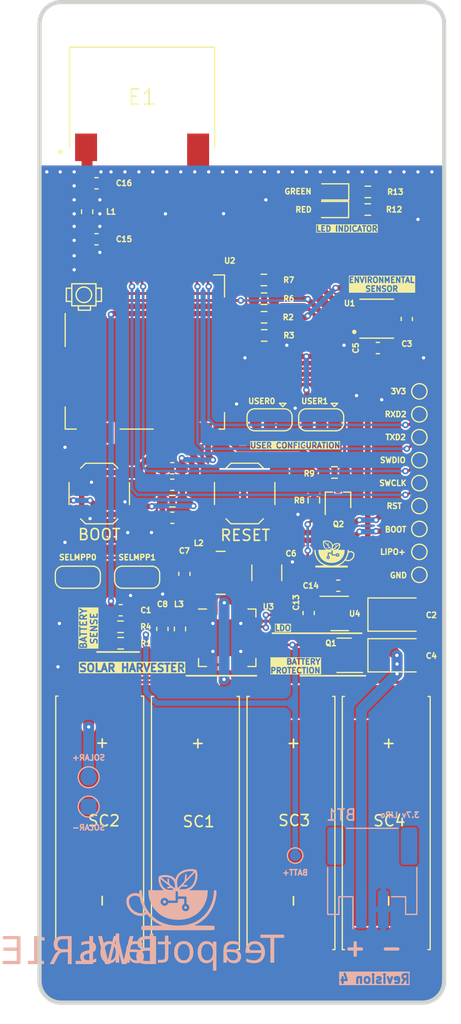
<source format=kicad_pcb>
(kicad_pcb (version 20221018) (generator pcbnew)
  (title_block (title "Teapot BWLR1E") (date "2022-10-22") (rev "4") (company "Teapot Laboratories"))
  (layers (0 "F.Cu" signal) (31 "B.Cu" signal) (34 "B.Paste" user) (35 "F.Paste" user) (36 "B.SilkS" user "B.Silkscreen") (37 "F.SilkS" user "F.Silkscreen") (38 "B.Mask" user) (39 "F.Mask" user) (44 "Edge.Cuts" user))
  (net 0 "")
  (net 1 "/BATT+")
  (net 2 "GND")
  (net 3 "/USER0")
  (net 4 "/USER1")
  (net 5 "/RST")
  (net 6 "/SWDIO")
  (net 7 "/SWCLK")
  (net 8 "/RXD2")
  (net 9 "/TXD2")
  (net 10 "/RF")
  (net 11 "Net-(U3-BUFSRC)")
  (net 12 "Net-(U3-BOOST)")
  (net 13 "/SDA")
  (net 14 "/SCL")
  (net 15 "Net-(D1-K)")
  (net 16 "/BATT_MEAS")
  (net 17 "Net-(D2-K)")
  (net 18 "Net-(U3-SWBOOST)")
  (net 19 "Net-(U3-SWBUCK)")
  (net 20 "Net-(Q2-D)")
  (net 21 "Net-(U1-SDO)")
  (net 22 "Net-(U1-CSB)")
  (net 23 "+3V3")
  (net 24 "/LED1")
  (net 28 "/BUCK")
  (net 29 "/SELMPP0")
  (net 30 "/SELMPP1")
  (net 31 "/SOLAR+")
  (net 33 "/PWR_STATUS")
  (net 40 "/LED2")
  (net 41 "/LDO_EN")
  (net 46 "/LIPO+")
  (net 47 "/BOOT")
  (net 52 "/ANT")
  (footprint "Resistor_SMD:R_0603_1608Metric_Pad0.98x0.95mm_HandSolder" (layer "F.Cu") (at 154.9635 95.885)
    (fp_text reference "R9")
    (fp_text value "1M")
  )
  (footprint "Resistor_SMD:R_0603_1608Metric_Pad0.98x0.95mm_HandSolder" (layer "F.Cu") (at 157.9875 72 180)
    (fp_text reference "R12")
    (fp_text value "1K")
  )
  (footprint "Teapot:KXOB25-05X3F" (layer "F.Cu") (at 159.97 127.705 -90)
    (fp_text reference "SC4")
    (fp_text value "KXOB25-05X3F")
  )
  (footprint "Capacitor_SMD:C_0603_1608Metric_Pad1.08x0.95mm_HandSolder" (layer "F.Cu") (at 158.9035 84.582)
    (fp_text reference "C5")
    (fp_text value "100n")
  )
  (footprint "Button_Switch_SMD:SW_SPST_TL3342" (layer "F.Cu") (at 133.55 97.8)
    (fp_text reference "SW4")
    (fp_text value "BOOT")
  )
  (footprint "Capacitor_SMD:C_0603_1608Metric_Pad1.08x0.95mm_HandSolder" (layer "F.Cu") (at 140.2 95.5)
    (fp_text reference "C17")
    (fp_text value "10u")
  )
  (footprint "Resistor_SMD:R_0603_1608Metric_Pad0.98x0.95mm_HandSolder" (layer "F.Cu") (at 153.082 98.4015 90)
    (fp_text reference "R8")
    (fp_text value "1M")
  )
  (footprint "TestPoint:TestPoint_Pad_D1.0mm" (layer "F.Cu") (at 162.687 105.1814 -90)
    (fp_text reference "TP7")
    (fp_text value "GND")
  )
  (footprint "TestPoint:TestPoint_Pad_D1.0mm" (layer "F.Cu") (at 162.687 90.6018 -90)
    (fp_text reference "TP4")
    (fp_text value "RXD2")
  )
  (footprint "Package_TO_SOT_SMD:SOT-323_SC-70" (layer "F.Cu") (at 155.282 98.4015 90)
    (fp_text reference "Q2")
    (fp_text value "DMG1012UW")
  )
  (footprint "Teapot:KXOB25-05X3F" (layer "F.Cu") (at 142.6 127.7 -90)
    (fp_text reference "SC1")
    (fp_text value "KXOB25-05X3F")
  )
  (footprint "Teapot:KXOB25-05X3F" (layer "F.Cu") (at 151.3 127.7 -90)
    (fp_text reference "SC3")
    (fp_text value "KXOB25-05X3F")
  )
  (footprint "Resistor_SMD:R_0603_1608Metric_Pad0.98x0.95mm_HandSolder" (layer "F.Cu") (at 148.5375 78.4)
    (fp_text reference "R7")
    (fp_text value "10K")
  )
  (footprint "Jumper:SolderJumper-3_P1.3mm_Bridged12_RoundedPad1.0x1.5mm" (layer "F.Cu") (at 149.05 91.1 180)
    (fp_text reference "JP1")
    (fp_text value "USER0")
  )
  (footprint "Capacitor_SMD:C_0603_1608Metric_Pad1.08x0.95mm_HandSolder" (layer "F.Cu") (at 139.298 110.1 90)
    (fp_text reference "C8")
    (fp_text value "10u")
  )
  (footprint "TestPoint:TestPoint_Pad_D1.0mm" (layer "F.Cu") (at 162.687 88.519)
    (fp_text reference "TP8")
    (fp_text value "3V3")
  )
  (footprint "Resistor_SMD:R_0603_1608Metric_Pad0.98x0.95mm_HandSolder" (layer "F.Cu") (at 148.55 81.788)
    (fp_text reference "R2")
    (fp_text value "10K")
  )
  (footprint "Jumper:SolderJumper-3_P1.3mm_Bridged12_RoundedPad1.0x1.5mm_NumberLabels" (layer "F.Cu") (at 131.6 105.4 180)
    (fp_text reference "JP3")
    (fp_text value "SELMPP0")
  )
  (footprint "TestPoint:TestPoint_Pad_D1.0mm" (layer "F.Cu") (at 162.687 98.933 -90)
    (fp_text reference "TP5")
    (fp_text value "RST")
  )
  (footprint "Capacitor_Tantalum_SMD:CP_EIA-3528-15_AVX-H_Pad1.50x2.35mm_HandSolder" (layer "F.Cu") (at 160.64 108.793898)
    (fp_text reference "C2")
    (fp_text value "330uF")
  )
  (footprint "Capacitor_Tantalum_SMD:CP_EIA-3528-15_AVX-H_Pad1.50x2.35mm_HandSolder" (layer "F.Cu") (at 160.64 112.493898)
    (fp_text reference "C4")
    (fp_text value "330uF")
  )
  (footprint "LED_SMD:LED_0603_1608Metric_Pad1.05x0.95mm_HandSolder" (layer "F.Cu") (at 154.6 70.4 180)
    (fp_text reference "D2")
    (fp_text value "GREEN")
  )
  (footprint "Capacitor_SMD:C_0603_1608Metric_Pad1.08x0.95mm_HandSolder" (layer "F.Cu") (at 140.2 97)
    (fp_text reference "C12")
    (fp_text value "100n")
  )
  (footprint "Teapot:TeapotLogo4mm" (layer "F.Cu") (at 154.94 103.251)
    (fp_text reference "G***")
    (fp_text value "LOGO" hide)
  )
  (footprint "Resistor_SMD:R_0603_1608Metric_Pad0.98x0.95mm_HandSolder" (layer "F.Cu") (at 140.2 98.5 180)
    (fp_text reference "R5")
    (fp_text value "1K")
  )
  (footprint "Inductor_SMD:L_0603_1608Metric_Pad1.05x0.95mm_HandSolder" (layer "F.Cu") (at 140.898 110.1 90)
    (fp_text reference "L3")
    (fp_text value "10u")
  )
  (footprint "LED_SMD:LED_0603_1608Metric_Pad1.05x0.95mm_HandSolder" (layer "F.Cu") (at 154.5875 72 180)
    (fp_text reference "D1")
    (fp_text value "RED")
  )
  (footprint "Jumper:SolderJumper-3_P1.3mm_Bridged12_RoundedPad1.0x1.5mm_NumberLabels" (layer "F.Cu") (at 137 105.4 180)
    (fp_text reference "JP4")
    (fp_text value "SELMPP1")
  )
  (footprint "Package_DFN_QFN:QFN-28-1EP_5x5mm_P0.5mm_EP3.35x3.35mm" (layer "F.Cu") (at 145.198 110.9)
    (fp_text reference "U3")
    (fp_text value "AEM10941-QFN")
  )
  (footprint "Teapot:XDCR_ANT-915-USP410" (layer "F.Cu") (at 137.45 61.8)
    (fp_text reference "E1")
    (fp_text value "ANT-915-USP410")
  )
  (footprint "Resistor_SMD:R_0603_1608Metric_Pad0.98x0.95mm_HandSolder" (layer "F.Cu") (at 135.4855 109.9)
    (fp_text reference "R4")
    (fp_text value "10M")
  )
  (footprint "Capacitor_SMD:C_0603_1608Metric_Pad1.08x0.95mm_HandSolder" (layer "F.Cu") (at 155.304 106.172 180)
    (fp_text reference "C14")
    (fp_text value "10u")
  )
  (footprint "Button_Switch_SMD:SW_SPST_TL3342" (layer "F.Cu") (at 146.787 97.795 180)
    (fp_text reference "SW3")
    (fp_text value "RESET")
  )
  (footprint "TestPoint:TestPoint_Pad_D1.0mm" (layer "F.Cu") (at 162.687 92.6846 -90)
    (fp_text reference "TP2")
    (fp_text value "TXD2")
  )
  (footprint "Resistor_SMD:R_0603_1608Metric_Pad0.98x0.95mm_HandSolder" (layer "F.Cu") (at 148.5665 83.439)
    (fp_text reference "R3")
    (fp_text value "10K")
  )
  (footprint "TestPoint:TestPoint_Pad_D1.0mm" (layer "F.Cu") (at 162.687 103.0986 -90)
    (fp_text reference "TP1")
    (fp_text value "LIPO+")
  )
  (footprint "Resistor_SMD:R_0603_1608Metric_Pad0.98x0.95mm_HandSolder" (layer "F.Cu") (at 158 70.4 180)
    (fp_text reference "R13")
    (fp_text value "1K")
  )
  (footprint "Teapot:KXOB25-05X3F" (layer "F.Cu") (at 133.89 127.675 -90)
    (fp_text reference "SC2")
    (fp_text value "KXOB25-05X3F")
  )
  (footprint "Teapot:BME680-PSON80P300X300X100-8N" (layer "F.Cu") (at 158.807 81.915 180)
    (fp_text reference "U1")
    (fp_text value "BME688")
  )
  (footprint "TestPoint:TestPoint_Pad_D1.0mm" (layer "F.Cu") (at 162.687 96.8502 -90)
    (fp_text reference "TP6")
    (fp_text value "SWCLK")
  )
  (footprint "Teapot:EdgeCut_BWLR1D" (layer "F.Cu") (at 149.8 96.032468)
    (fp_text reference "REF**")
    (fp_text value "EdgeCut_BWLR1D")
    (fp_line (start -21.684779 -40.911666) (end -21.684779 -40.911666) (stroke (width 0.380999)) (layer "Edge.Cuts"))
    (fp_line (start -21.684779 -40.911666) (end -21.684779 -40.911666) (stroke (width 0.380999)) (layer "Edge.Cuts"))
    (fp_line (start -21.684779 -40.911666) (end -21.682225 -41.012698) (stroke (width 0.380999)) (layer "Edge.Cuts"))
    (fp_line (start -21.684778 46.046731) (end -21.684779 -40.911666) (stroke (width 0.380999)) (layer "Edge.Cuts"))
    (fp_line (start -21.684778 46.046731) (end -21.684778 46.046731) (stroke (width 0.380999)) (layer "Edge.Cuts"))
    (fp_line (start -21.682225 -41.012698) (end -21.674643 -41.112403) (stroke (width 0.380999)) (layer "Edge.Cuts"))
    (fp_line (start -21.682223 46.147762) (end -21.684778 46.046731) (stroke (width 0.380999)) (layer "Edge.Cuts"))
    (fp_line (start -21.674643 -41.112403) (end -21.662158 -41.210658) (stroke (width 0.380999)) (layer "Edge.Cuts"))
    (fp_line (start -21.674642 46.247467) (end -21.682223 46.147762) (stroke (width 0.380999)) (layer "Edge.Cuts"))
    (fp_line (start -21.662158 -41.210658) (end -21.644892 -41.30734) (stroke (width 0.380999)) (layer "Edge.Cuts"))
    (fp_line (start -21.662156 46.345722) (end -21.674642 46.247467) (stroke (width 0.380999)) (layer "Edge.Cuts"))
    (fp_line (start -21.644892 -41.30734) (end -21.62297 -41.402326) (stroke (width 0.380999)) (layer "Edge.Cuts"))
    (fp_line (start -21.644891 46.442404) (end -21.662156 46.345722) (stroke (width 0.380999)) (layer "Edge.Cuts"))
    (fp_line (start -21.62297 -41.402326) (end -21.596513 -41.495492) (stroke (width 0.380999)) (layer "Edge.Cuts"))
    (fp_line (start -21.622968 46.537389) (end -21.644891 46.442404) (stroke (width 0.380999)) (layer "Edge.Cuts"))
    (fp_line (start -21.596513 -41.495492) (end -21.565647 -41.586715) (stroke (width 0.380999)) (layer "Edge.Cuts"))
    (fp_line (start -21.596512 46.630555) (end -21.622968 46.537389) (stroke (width 0.380999)) (layer "Edge.Cuts"))
    (fp_line (start -21.565647 -41.586715) (end -21.530494 -41.675872) (stroke (width 0.380999)) (layer "Edge.Cuts"))
    (fp_line (start -21.565646 46.721778) (end -21.596512 46.630555) (stroke (width 0.380999)) (layer "Edge.Cuts"))
    (fp_line (start -21.530494 -41.675872) (end -21.491177 -41.762839) (stroke (width 0.380999)) (layer "Edge.Cuts"))
    (fp_line (start -21.530492 46.810934) (end -21.565646 46.721778) (stroke (width 0.380999)) (layer "Edge.Cuts"))
    (fp_line (start -21.491177 -41.762839) (end -21.44782 -41.847493) (stroke (width 0.380999)) (layer "Edge.Cuts"))
    (fp_line (start -21.491175 46.897901) (end -21.530492 46.810934) (stroke (width 0.380999)) (layer "Edge.Cuts"))
    (fp_line (start -21.44782 -41.847493) (end -21.400546 -41.92971) (stroke (width 0.380999)) (layer "Edge.Cuts"))
    (fp_line (start -21.447818 46.982555) (end -21.491175 46.897901) (stroke (width 0.380999)) (layer "Edge.Cuts"))
    (fp_line (start -21.400546 -41.92971) (end -21.349479 -42.009367) (stroke (width 0.380999)) (layer "Edge.Cuts"))
    (fp_line (start -21.400544 47.064772) (end -21.447818 46.982555) (stroke (width 0.380999)) (layer "Edge.Cuts"))
    (fp_line (start -21.349479 -42.009367) (end -21.294741 -42.086341) (stroke (width 0.380999)) (layer "Edge.Cuts"))
    (fp_line (start -21.349477 47.144429) (end -21.400544 47.064772) (stroke (width 0.380999)) (layer "Edge.Cuts"))
    (fp_line (start -21.294741 -42.086341) (end -21.236457 -42.160508) (stroke (width 0.380999)) (layer "Edge.Cuts"))
    (fp_line (start -21.29474 47.221403) (end -21.349477 47.144429) (stroke (width 0.380999)) (layer "Edge.Cuts"))
    (fp_line (start -21.236457 -42.160508) (end -21.17475 -42.231746) (stroke (width 0.380999)) (layer "Edge.Cuts"))
    (fp_line (start -21.236456 47.295571) (end -21.29474 47.221403) (stroke (width 0.380999)) (layer "Edge.Cuts"))
    (fp_line (start -21.17475 -42.231746) (end -21.109742 -42.29993) (stroke (width 0.380999)) (layer "Edge.Cuts"))
    (fp_line (start -21.174748 47.366808) (end -21.236456 47.295571) (stroke (width 0.380999)) (layer "Edge.Cuts"))
    (fp_line (start -21.109742 -42.29993) (end -21.041558 -42.364938) (stroke (width 0.380999)) (layer "Edge.Cuts"))
    (fp_line (start -21.109741 47.434993) (end -21.174748 47.366808) (stroke (width 0.380999)) (layer "Edge.Cuts"))
    (fp_line (start -21.041558 -42.364938) (end -20.97032 -42.426645) (stroke (width 0.380999)) (layer "Edge.Cuts"))
    (fp_line (start -21.041556 47.5) (end -21.109741 47.434993) (stroke (width 0.380999)) (layer "Edge.Cuts"))
    (fp_line (start -20.97032 -42.426645) (end -20.896153 -42.484929) (stroke (width 0.380999)) (layer "Edge.Cuts"))
    (fp_line (start -20.970319 47.561708) (end -21.041556 47.5) (stroke (width 0.380999)) (layer "Edge.Cuts"))
    (fp_line (start -20.896153 -42.484929) (end -20.819179 -42.539667) (stroke (width 0.380999)) (layer "Edge.Cuts"))
    (fp_line (start -20.896152 47.619992) (end -20.970319 47.561708) (stroke (width 0.380999)) (layer "Edge.Cuts"))
    (fp_line (start -20.819179 -42.539667) (end -20.739522 -42.590734) (stroke (width 0.380999)) (layer "Edge.Cuts"))
    (fp_line (start -20.819177 47.67473) (end -20.896152 47.619992) (stroke (width 0.380999)) (layer "Edge.Cuts"))
    (fp_line (start -20.739522 -42.590734) (end -20.657304 -42.638008) (stroke (width 0.380999)) (layer "Edge.Cuts"))
    (fp_line (start -20.73952 47.725797) (end -20.819177 47.67473) (stroke (width 0.380999)) (layer "Edge.Cuts"))
    (fp_line (start -20.657304 -42.638008) (end -20.572651 -42.681365) (stroke (width 0.380999)) (layer "Edge.Cuts"))
    (fp_line (start -20.657303 47.773071) (end -20.73952 47.725797) (stroke (width 0.380999)) (layer "Edge.Cuts"))
    (fp_line (start -20.572651 -42.681365) (end -20.485684 -42.720681) (stroke (width 0.380999)) (layer "Edge.Cuts"))
    (fp_line (start -20.572649 47.816429) (end -20.657303 47.773071) (stroke (width 0.380999)) (layer "Edge.Cuts"))
    (fp_line (start -20.485684 -42.720681) (end -20.396527 -42.755835) (stroke (width 0.380999)) (layer "Edge.Cuts"))
    (fp_line (start -20.485683 47.855746) (end -20.572649 47.816429) (stroke (width 0.380999)) (layer "Edge.Cuts"))
    (fp_line (start -20.396527 -42.755835) (end -20.305304 -42.786701) (stroke (width 0.380999)) (layer "Edge.Cuts"))
    (fp_line (start -20.396526 47.890899) (end -20.485683 47.855746) (stroke (width 0.380999)) (layer "Edge.Cuts"))
    (fp_line (start -20.305304 -42.786701) (end -20.212138 -42.813157) (stroke (width 0.380999)) (layer "Edge.Cuts"))
    (fp_line (start -20.305303 47.921766) (end -20.396526 47.890899) (stroke (width 0.380999)) (layer "Edge.Cuts"))
    (fp_line (start -20.212138 -42.813157) (end -20.117152 -42.83508) (stroke (width 0.380999)) (layer "Edge.Cuts"))
    (fp_line (start -20.212137 47.948222) (end -20.305303 47.921766) (stroke (width 0.380999)) (layer "Edge.Cuts"))
    (fp_line (start -20.117152 -42.83508) (end -20.02047 -42.852346) (stroke (width 0.380999)) (layer "Edge.Cuts"))
    (fp_line (start -20.117151 47.970145) (end -20.212137 47.948222) (stroke (width 0.380999)) (layer "Edge.Cuts"))
    (fp_line (start -20.02047 -42.852346) (end -19.922215 -42.864831) (stroke (width 0.380999)) (layer "Edge.Cuts"))
    (fp_line (start -20.020469 47.98741) (end -20.117151 47.970145) (stroke (width 0.380999)) (layer "Edge.Cuts"))
    (fp_line (start -19.922215 -42.864831) (end -19.82251 -42.872413) (stroke (width 0.380999)) (layer "Edge.Cuts"))
    (fp_line (start -19.922213 47.999896) (end -20.020469 47.98741) (stroke (width 0.380999)) (layer "Edge.Cuts"))
    (fp_line (start -19.82251 -42.872413) (end -19.721479 -42.874967) (stroke (width 0.380999)) (layer "Edge.Cuts"))
    (fp_line (start -19.822509 48.007478) (end -19.922213 47.999896) (stroke (width 0.380999)) (layer "Edge.Cuts"))
    (fp_line (start -19.721479 -42.874967) (end -19.721479 -42.874967) (stroke (width 0.380999)) (layer "Edge.Cuts"))
    (fp_line (start -19.721479 -42.874967) (end 13.179921 -42.874967) (stroke (width 0.380999)) (layer "Edge.Cuts"))
    (fp_line (start -19.721477 48.010032) (end -19.822509 48.007478) (stroke (width 0.380999)) (layer "Edge.Cuts"))
    (fp_line (start -19.721477 48.010032) (end -19.721477 48.010032) (stroke (width 0.380999)) (layer "Edge.Cuts"))
    (fp_line (start 13.179921 -42.874967) (end 13.179921 -42.874967) (stroke (width 0.380999)) (layer "Edge.Cuts"))
    (fp_line (start 13.179921 -42.874967) (end 13.277275 -42.872554) (stroke (width 0.380999)) (layer "Edge.Cuts"))
    (fp_line (start 13.179921 48.010032) (end -19.721477 48.010032) (stroke (width 0.380999)) (layer "Edge.Cuts"))
    (fp_line (start 13.179921 48.010032) (end 13.179921 48.010032) (stroke (width 0.380999)) (layer "Edge.Cuts"))
    (fp_line (start 13.277275 -42.872554) (end 13.373969 -42.86536) (stroke (width 0.380999)) (layer "Edge.Cuts"))
    (fp_line (start 13.280952 48.007478) (end 13.179921 48.010032) (stroke (width 0.380999)) (layer "Edge.Cuts"))
    (fp_line (start 13.373969 -42.86536) (end 13.469841 -42.853451) (stroke (width 0.380999)) (layer "Edge.Cuts"))
    (fp_line (start 13.380657 47.999896) (end 13.280952 48.007478) (stroke (width 0.380999)) (layer "Edge.Cuts"))
    (fp_line (start 13.469841 -42.853451) (end 13.564731 -42.836894) (stroke (width 0.380999)) (layer "Edge.Cuts"))
    (fp_line (start 13.478912 47.98741) (end 13.380657 47.999896) (stroke (width 0.380999)) (layer "Edge.Cuts"))
    (fp_line (start 13.564731 -42.836894) (end 13.658477 -42.815756) (stroke (width 0.380999)) (layer "Edge.Cuts"))
    (fp_line (start 13.575594 47.970145) (end 13.478912 47.98741) (stroke (width 0.380999)) (layer "Edge.Cuts"))
    (fp_line (start 13.658477 -42.815756) (end 13.750918 -42.790103) (stroke (width 0.380999)) (layer "Edge.Cuts"))
    (fp_line (start 13.67058 47.948222) (end 13.575594 47.970145) (stroke (width 0.380999)) (layer "Edge.Cuts"))
    (fp_line (start 13.750918 -42.790103) (end 13.841895 -42.760002) (stroke (width 0.380999)) (layer "Edge.Cuts"))
    (fp_line (start 13.763746 47.921766) (end 13.67058 47.948222) (stroke (width 0.380999)) (layer "Edge.Cuts"))
    (fp_line (start 13.841895 -42.760002) (end 13.931245 -42.72552) (stroke (width 0.380999)) (layer "Edge.Cuts"))
    (fp_line (start 13.85497 47.890899) (end 13.763746 47.921766) (stroke (width 0.380999)) (layer "Edge.Cuts"))
    (fp_line (start 13.931245 -42.72552) (end 14.018807 -42.686723) (stroke (width 0.380999)) (layer "Edge.Cuts"))
    (fp_line (start 13.944126 47.855746) (end 13.85497 47.890899) (stroke (width 0.380999)) (layer "Edge.Cuts"))
    (fp_line (start 14.018807 -42.686723) (end 14.104422 -42.643678) (stroke (width 0.380999)) (layer "Edge.Cuts"))
    (fp_line (start 14.031093 47.816429) (end 13.944126 47.855746) (stroke (width 0.380999)) (layer "Edge.Cuts"))
    (fp_line (start 14.104422 -42.643678) (end 14.187927 -42.596451) (stroke (width 0.380999)) (layer "Edge.Cuts"))
    (fp_line (start 14.115747 47.773071) (end 14.031093 47.816429) (stroke (width 0.380999)) (layer "Edge.Cuts"))
    (fp_line (start 14.187927 -42.596451) (end 14.269163 -42.54511) (stroke (width 0.380999)) (layer "Edge.Cuts"))
    (fp_line (start 14.197964 47.725797) (end 14.115747 47.773071) (stroke (width 0.380999)) (layer "Edge.Cuts"))
    (fp_line (start 14.269163 -42.54511) (end 14.347967 -42.48972) (stroke (width 0.380999)) (layer "Edge.Cuts"))
    (fp_line (start 14.277621 47.67473) (end 14.197964 47.725797) (stroke (width 0.380999)) (layer "Edge.Cuts"))
    (fp_line (start 14.347967 -42.48972) (end 14.42418 -42.430349) (stroke (width 0.380999)) (layer "Edge.Cuts"))
    (fp_line (start 14.354595 47.619992) (end 14.277621 47.67473) (stroke (width 0.380999)) (layer "Edge.Cuts"))
    (fp_line (start 14.42418 -42.430349) (end 14.49764 -42.367064) (stroke (width 0.380999)) (layer "Edge.Cuts"))
    (fp_line (start 14.428762 47.561708) (end 14.354595 47.619992) (stroke (width 0.380999)) (layer "Edge.Cuts"))
    (fp_line (start 14.49764 -42.367064) (end 14.568186 -42.29993) (stroke (width 0.380999)) (layer "Edge.Cuts"))
    (fp_line (start 14.5 47.5) (end 14.428762 47.561708) (stroke (width 0.380999)) (layer "Edge.Cuts"))
    (fp_line (start 14.568184 47.434993) (end 14.5 47.5) (stroke (width 0.380999)) (layer "Edge.Cuts"))
    (fp_line (start 14.568186 -42.29993) (end 14.568186 -42.29993) (stroke (width 0.380999)) (layer "Edge.Cuts"))
    (fp_line (start 14.568186 -42.29993) (end 14.635319 -42.229384) (stroke (width 0.380999)) (layer "Edge.Cuts"))
    (fp_line (start 14.633192 47.366808) (end 14.568184 47.434993) (stroke (width 0.380999)) (layer "Edge.Cuts"))
    (fp_line (start 14.635319 -42.229384) (end 14.698604 -42.155924) (stroke (width 0.380999)) (layer "Edge.Cuts"))
    (fp_line (start 14.694899 47.295571) (end 14.633192 47.366808) (stroke (width 0.380999)) (layer "Edge.Cuts"))
    (fp_line (start 14.698604 -42.155924) (end 14.757974 -42.079711) (stroke (width 0.380999)) (layer "Edge.Cuts"))
    (fp_line (start 14.753183 47.221403) (end 14.694899 47.295571) (stroke (width 0.380999)) (layer "Edge.Cuts"))
    (fp_line (start 14.757974 -42.079711) (end 14.813363 -42.000907) (stroke (width 0.380999)) (layer "Edge.Cuts"))
    (fp_line (start 14.807921 47.144429) (end 14.753183 47.221403) (stroke (width 0.380999)) (layer "Edge.Cuts"))
    (fp_line (start 14.813363 -42.000907) (end 14.864705 -41.919671) (stroke (width 0.380999)) (layer "Edge.Cuts"))
    (fp_line (start 14.858988 47.064772) (end 14.807921 47.144429) (stroke (width 0.380999)) (layer "Edge.Cuts"))
    (fp_line (start 14.864705 -41.919671) (end 14.911931 -41.836166) (stroke (width 0.380999)) (layer "Edge.Cuts"))
    (fp_line (start 14.906262 46.982555) (end 14.858988 47.064772) (stroke (width 0.380999)) (layer "Edge.Cuts"))
    (fp_line (start 14.911931 -41.836166) (end 14.954976 -41.750552) (stroke (width 0.380999)) (layer "Edge.Cuts"))
    (fp_line (start 14.949619 46.897901) (end 14.906262 46.982555) (stroke (width 0.380999)) (layer "Edge.Cuts"))
    (fp_line (start 14.954976 -41.750552) (end 14.993773 -41.662989) (stroke (width 0.380999)) (layer "Edge.Cuts"))
    (fp_line (start 14.988936 46.810934) (end 14.949619 46.897901) (stroke (width 0.380999)) (layer "Edge.Cuts"))
    (fp_line (start 14.993773 -41.662989) (end 15.028256 -41.573639) (stroke (width 0.380999)) (layer "Edge.Cuts"))
    (fp_line (start 15.024089 46.721778) (end 14.988936 46.810934) (stroke (width 0.380999)) (layer "Edge.Cuts"))
    (fp_line (start 15.028256 -41.573639) (end 15.058357 -41.482663) (stroke (width 0.380999)) (layer "Edge.Cuts"))
    (fp_line (start 15.054955 46.630555) (end 15.024089 46.721778) (stroke (width 0.380999)) (layer "Edge.Cuts"))
    (fp_line (start 15.058357 -41.482663) (end 15.08401 -41.390222) (stroke (width 0.380999)) (layer "Edge.Cuts"))
    (fp_line (start 15.081412 46.537389) (end 15.054955 46.630555) (stroke (width 0.380999)) (layer "Edge.Cuts"))
    (fp_line (start 15.08401 -41.390222) (end 15.105148 -41.296476) (stroke (width 0.380999)) (layer "Edge.Cuts"))
    (fp_line (start 15.103334 46.442404) (end 15.081412 46.537389) (stroke (width 0.380999)) (layer "Edge.Cuts"))
    (fp_line (start 15.105148 -41.296476) (end 15.121705 -41.201587) (stroke (width 0.380999)) (layer "Edge.Cuts"))
    (fp_line (start 15.1206 46.345722) (end 15.103334 46.442404) (stroke (width 0.380999)) (layer "Edge.Cuts"))
    (fp_line (start 15.121705 -41.201587) (end 15.133614 -41.105715) (stroke (width 0.380999)) (layer "Edge.Cuts"))
    (fp_line (start 15.133085 46.247467) (end 15.1206 46.345722) (stroke (width 0.380999)) (layer "Edge.Cuts"))
    (fp_line (start 15.133614 -41.105715) (end 15.140809 -41.009021) (stroke (width 0.380999)) (layer "Edge.Cuts"))
    (fp_line (start 15.140667 46.147762) (end 15.133085 46.247467) (stroke (width 0.380999)) (layer "Edge.Cuts"))
    (fp_line (start 15.140809 -41.009021) (end 15.143222 -40.911666) (stroke (width 0.380999)) (layer "Edge.Cuts"))
    (fp_line (start 15.143222 -40.911666) (end 15.143222 -40.911666) (stroke (width 0.380999)) (layer "Edge.Cuts"))
    (fp_line (start 15.143222 -40.911666) (end 15.143222 46.046731) (stroke (width 0.380999)) (layer "Edge.Cuts"))
    (fp_line (start 15.143222 46.046731) (end 15.140667 46.147762) (stroke (width 0.380999)) (layer "Edge.Cuts"))
    (fp_line (start 15.143222 46.046731) (end 15.143222 46.046731) (stroke (width 0.380999)) (layer "Edge.Cuts"))
  )
  (footprint "Capacitor_SMD:C_1210_3225Metric" (layer "F.Cu") (at 148.8 105 90)
    (fp_text reference "C6")
    (fp_text value "150u")
  )
  (footprint "Teapot:IND_LPS4012-103MRB" (layer "F.Cu") (at 144.6 105 180)
    (fp_text reference "L2")
    (fp_text value "10uH 0.55A")
  )
  (footprint "Resistor_SMD:R_0603_1608Metric_Pad0.98x0.95mm_HandSolder" (layer "F.Cu") (at 148.55 80.1)
    (fp_text reference "R6")
    (fp_text value "10K")
  )
  (footprint "Capacitor_SMD:C_0603_1608Metric_Pad1.08x0.95mm_HandSolder" (layer "F.Cu") (at 152.6105 108.656398 -90)
    (fp_text reference "C13")
    (fp_text value "10u")
  )
  (footprint "Capacitor_SMD:C_0603_1608Metric_Pad1.08x0.95mm_HandSolder" (layer "F.Cu") (at 140.2 100 180)
    (fp_text reference "C11")
    (fp_text value "100n")
  )
  (footprint "Package_TO_SOT_SMD:SOT-23-5" (layer "F.Cu") (at 155.4425 108.693898)
    (fp_text reference "U4")
    (fp_text value "XC6215")
  )
  (footprint "Resistor_SMD:R_0603_1608Metric_Pad0.98x0.95mm_HandSolder" (layer "F.Cu") (at 135.498 111.4 180)
    (fp_text reference "R1")
    (fp_text value "4.7M")
  )
  (footprint "Capacitor_SMD:C_0603_1608Metric_Pad1.08x0.95mm_HandSolder" (layer "F.Cu") (at 133.3 69.6125 180)
    (fp_text reference "C16")
    (fp_text value "? F")
  )
  (footprint "Capacitor_SMD:C_0603_1608Metric_Pad1.08x0.95mm_HandSolder" (layer "F.Cu") (at 135.498 108.4)
    (fp_text reference "C1")
    (fp_text value "100n")
  )
  (footprint "Teapot:RAK3172" (layer "F.Cu") (at 129.95 92.445)
    (fp_text reference "U2")
    (fp_text value "RAK3172")
  )
  (footprint "Capacitor_SMD:C_0603_1608Metric_Pad1.08x0.95mm_HandSolder" (layer "F.Cu") (at 133.3 74.7 180)
    (fp_text reference "C15")
    (fp_text value "? F")
  )
  (footprint "Jumper:SolderJumper-3_P1.3mm_Open_RoundedPad1.0x1.5mm" (layer "F.Cu") (at 153.75 91.1 180)
    (fp_text reference "JP2")
    (fp_text value "USER1")
  )
  (footprint "Package_TO_SOT_SMD:SOT-23" (layer "F.Cu") (at 155.84 112.493898 180)
    (fp_text reference "Q1")
    (fp_text value "AO3407")
  )
  (footprint "Inductor_SMD:L_0603_1608Metric_Pad1.05x0.95mm_HandSolder" (layer "F.Cu") (at 132.45 72.2 90)
    (fp_text reference "L1")
    (fp_text value "? H")
  )
  (footprint "TestPoint:TestPoint_Pad_D1.0mm" (layer "F.Cu") (at 162.687 101.0158 90)
    (fp_text reference "TP14")
    (fp_text value "BOOT")
  )
  (footprint "Capacitor_SMD:C_0603_1608Metric_Pad1.08x0.95mm_HandSolder" (layer "F.Cu") (at 161.544 81.9415 -90)
    (fp_text reference "C3")
    (fp_text value "100n")
  )
  (footprint "Capacitor_SMD:C_0603_1608Metric_Pad1.08x0.95mm_HandSolder" (layer "F.Cu") (at 141.3 105.1 90)
    (fp_text reference "C7")
    (fp_text value "22u")
  )
  (footprint "TestPoint:TestPoint_Pad_D1.0mm" (layer "F.Cu") (at 162.687 94.7674 -90)
    (fp_text reference "TP3")
    (fp_text value "SWDIO")
  )
  (footprint "Connector_JST:JST_PH_S2B-PH-SM4-TB_1x02-1MP_P2.00mm_Horizontal" (layer "B.Cu") (at 158.4 132.715)
    (fp_text reference "BT1")
    (fp_text value "3.7v LiPo")
  )
  (footprint "TestPoint:TestPoint_Pad_D1.0mm" (layer "B.Cu") (at 151.384 130.683 180)
    (fp_text reference "TP9")
    (fp_text value "BATT+")
  )
  (footprint "TestPoint:TestPoint_Pad_D1.5mm" (layer "B.Cu") (at 132.588 126.238 -90)
    (fp_text reference "TP11")
    (fp_text value "SOLAR-")
  )
  (footprint "TestPoint:TestPoint_Pad_D1.5mm" (layer "B.Cu") (at 132.588 123.571 -90)
    (fp_text reference "TP10")
    (fp_text value "SOLAR+")
  )
  (footprint "Teapot:TeapotLogo" (layer "B.Cu") (at 140.589 134.62 180)
    (fp_text reference "G***")
    (fp_text value "LOGO" hide)
  )
  (gr_line (start 133.35 112.1918) (end 137.1854 112.1918) (stroke (width 0.15)) (layer "F.SilkS"))
  (gr_line (start 149.3085 110.49) (end 157.4365 110.49) (stroke (width 0.15)) (layer "F.SilkS"))
  (gr_line (start 141.478 114.3508) (end 147.8534 114.3508) (stroke (width 0.15)) (layer "F.SilkS"))
  (gr_line (start 151.8539 114.3508) (end 157.7721 114.3508) (stroke (width 0.15)) (layer "F.SilkS"))
  (gr_text "Teapotlabs" (at 150.368 140.843) (layer "B.SilkS") (effects (font (size 2.5 2.5)) (justify left bottom mirror)))
  (gr_text "Revision 4" (at 161.925 142.367) (layer "B.SilkS" knockout) (effects (font (size 0.8 0.8) (thickness 0.2) bold) (justify left bottom mirror)))
  (gr_text "BWLR1E" (at 139.065 140.97) (layer "B.SilkS") (effects (font (size 2.5 2.5)) (justify left bottom mirror)))
  (gr_text "-" (at 160.16 139.065) (layer "B.SilkS") (effects (font (size 1.5 1.5) (thickness 0.3)) (justify mirror)))
  (gr_text "+" (at 156.845 139.065) (layer "B.SilkS") (effects (font (size 1.5 1.5) (thickness 0.3)) (justify mirror)))
  (gr_text "3.7v LiPo" (at 160.909 127) (layer "B.SilkS") (effects (font (size 0.5 0.5) (thickness 0.125)) (justify mirror)))
  (gr_text "SOLAR HARVESTER" (at 131.6228 114.046) (layer "F.SilkS" knockout) (effects (font (size 0.7 0.7) (thickness 0.175) bold) (justify left bottom)))
  (gr_text "USER CONFIGURATION" (at 151.384 93.726) (layer "F.SilkS" knockout) (effects (font (size 0.5 0.5) (thickness 0.125) bold) (justify bottom)))
  (gr_text "ENVIRONMENTAL\nSENSOR" (at 159.258 79.502) (layer "F.SilkS" knockout) (effects (font (size 0.5 0.5) (thickness 0.125) bold) (justify bottom)))
  (gr_text "BATTERY\nSENSE" (at 133.4262 110.0582 90) (layer "F.SilkS" knockout) (effects (font (size 0.6 0.6) (thickness 0.125) bold) (justify bottom)))
  (gr_text "LDO" (at 149.4609 110.3122) (layer "F.SilkS" knockout) (effects (font (size 0.5 0.5) (thickness 0.125) bold) (justify left bottom)))
  (gr_text "LED INDICATOR" (at 156.083 74.041) (layer "F.SilkS" knockout) (effects (font (size 0.5 0.5) (thickness 0.125) bold) (justify bottom)))
  (gr_text "BATTERY\nPROTECTION" (at 153.7462 114.173) (layer "F.SilkS" knockout) (effects (font (size 0.5 0.5) (thickness 0.125) bold) (justify right bottom)))
  (segment (start 147.648 111.9) (end 148.45 111.9) (width 0.25) (layer "F.Cu") (net 1))
  (segment (start 155.448 111.543898) (end 155.956 111.543898) (width 0.25) (layer "F.Cu") (net 1))
  (segment (start 148.45 111.9) (end 148.806102 111.543898) (width 0.25) (layer "F.Cu") (net 1))
  (segment (start 157.734 110.744) (end 157.734 109.347) (width 0.25) (layer "F.Cu") (net 1))
  (segment (start 152.6105 107.793898) (end 154.255 107.793898) (width 0.5) (layer "F.Cu") (net 1))
  (segment (start 157.734 109.347) (end 157.099 108.712) (width 0.25) (layer "F.Cu") (net 1))
  (segment (start 156.0395 108.712) (end 156.591 108.712) (width 0.25) (layer "F.Cu") (net 1))
  (segment (start 156.934102 111.543898) (end 157.734 110.744) (width 0.25) (layer "F.Cu") (net 1))
  (segment (start 154.255 107.793898) (end 154.305 107.743898) (width 0.5) (layer "F.Cu") (net 1))
  (segment (start 155.956 111.543898) (end 156.7775 111.543898) (width 0.25) (layer "F.Cu") (net 1))
  (segment (start 151.13 111.543898) (end 155.448 111.543898) (width 0.25) (layer "F.Cu") (net 1))
  (segment (start 157.099 108.712) (end 156.591 108.712) (width 0.25) (layer "F.Cu") (net 1))
  (segment (start 137.795 111.125) (end 137.795 110.617) (width 0.5) (layer "F.Cu") (net 1))
  (segment (start 156.7775 111.543898) (end 156.934102 111.543898) (width 0.25) (layer "F.Cu") (net 1))
  (segment (start 136.4105 111.4) (end 137.52 111.4) (width 0.5) (layer "F.Cu") (net 1))
  (segment (start 137.52 111.4) (end 137.795 111.125) (width 0.5) (layer "F.Cu") (net 1))
  (segment (start 154.305 107.743898) (end 155.071398 107.743898) (width 0.25) (layer "F.Cu") (net 1))
  (segment (start 155.071398 107.743898) (end 156.0395 108.712) (width 0.25) (layer "F.Cu") (net 1))
  (segment (start 148.806102 111.543898) (end 151.13 111.543898) (width 0.25) (layer "F.Cu") (net 1))
  (via (at 151.13 111.543898) (size 0.6) (drill 0.3) (layers "F.Cu" "B.Cu") (net 1))
  (via (at 137.795 110.617) (size 0.6) (drill 0.3) (layers "F.Cu" "B.Cu") (net 1))
  (segment (start 151.384 117.475) (end 151.384 116.84) (width 0.5) (layer "B.Cu") (net 1))
  (segment (start 151.384 115.951) (end 151.384 111.797898) (width 0.5) (layer "B.Cu") (net 1))
  (segment (start 150.749 116.84) (end 151.384 116.205) (width 0.5) (layer "B.Cu") (net 1))
  (segment (start 137.795 115.824) (end 137.795 110.617) (width 0.5) (layer "B.Cu") (net 1))
  (segment (start 151.384 116.205) (end 151.384 115.951) (width 0.5) (layer "B.Cu") (net 1))
  (segment (start 151.384 130.683) (end 151.384 117.475) (width 0.5) (layer "B.Cu") (net 1))
  (segment (start 151.384 116.84) (end 151.384 115.951) (width 0.5) (layer "B.Cu") (net 1))
  (segment (start 150.749 116.84) (end 138.811 116.84) (width 0.5) (layer "B.Cu") (net 1))
  (segment (start 138.176 116.205) (end 137.795 115.824) (width 0.5) (layer "B.Cu") (net 1))
  (segment (start 138.811 116.84) (end 138.176 116.205) (width 0.5) (layer "B.Cu") (net 1))
  (segment (start 151.384 116.84) (end 150.749 116.84) (width 0.5) (layer "B.Cu") (net 1))
  (segment (start 151.384 111.797898) (end 151.13 111.543898) (width 0.5) (layer "B.Cu") (net 1))
  (segment (start 150.749 116.84) (end 151.384 117.475) (width 0.5) (layer "B.Cu") (net 1))
  (segment (start 147.648 112.4) (end 146.698 112.4) (width 0.25) (layer "F.Cu") (net 2))
  (segment (start 144.698 111.4) (end 145.198 110.9) (width 0.25) (layer "F.Cu") (net 2))
  (segment (start 147.648 110.9) (end 145.198 110.9) (width 0.25) (layer "F.Cu") (net 2))
  (segment (start 143.891 112.141) (end 144.198 111.9) (width 0.25) (layer "F.Cu") (net 2))
  (segment (start 144.198 113.35) (end 144.198 112.448) (width 0.25) (layer "F.Cu") (net 2))
  (segment (start 146.431 112.141) (end 146.431 112.133) (width 0.25) (layer "F.Cu") (net 2))
  (segment (start 146.439 112.141) (end 146.431 112.141) (width 0.25) (layer "F.Cu") (net 2))
  (segment (start 144.698 113.35) (end 144.698 111.4) (width 0.25) (layer "F.Cu") (net 2))
  (segment (start 145.698 113.35) (end 145.698 111.4) (width 0.25) (layer "F.Cu") (net 2))
  (segment (start 145.698 111.4) (end 145.198 110.9) (width 0.25) (layer "F.Cu") (net 2))
  (segment (start 146.698 112.4) (end 146.439 112.141) (width 0.25) (layer "F.Cu") (net 2))
  (segment (start 142.494 99.695) (end 142.189 100) (width 0.5) (layer "F.Cu") (net 2))
  (segment (start 142.189 100) (end 141.0625 100) (width 0.5) (layer "F.Cu") (net 2))
  (segment (start 147.648 111.4) (end 147.648 110.9) (width 0.25) (layer "F.Cu") (net 2))
  (segment (start 143.637 99.695) (end 142.494 99.695) (width 0.5) (layer "F.Cu") (net 2))
  (segment (start 144.198 112.448) (end 143.891 112.141) (width 0.25) (layer "F.Cu") (net 2))
  (segment (start 146.431 112.133) (end 145.198 110.9) (width 0.25) (layer "F.Cu") (net 2))
  (segment (start 144.198 111.9) (end 145.198 110.9) (width 0.25) (layer "F.Cu") (net 2))
  (segment (start 142.55 66.35) (end 142.55 68.27) (width 2) (layer "F.Cu") (net 2))
  (via (at 139.573 72.39) (size 0.6) (drill 0.3) (layers "F.Cu" "B.Cu") (net 2))
  (via (at 151.13 68.58) (size 0.6) (drill 0.3) (layers "F.Cu" "B.Cu") (net 2))
  (via (at 135.89 98.552) (size 0.6) (drill 0.3) (layers "F.Cu" "B.Cu") (net 2))
  (via (at 143.891 112.141) (size 0.6) (drill 0.3) (layers "F.Cu" "B.Cu") (net 2))
  (via (at 146.431 112.141) (size 0.6) (drill 0.3) (layers "F.Cu" "B.Cu") (net 2))
  (via (at 131.2672 73.533) (size 0.6) (drill 0.3) (layers "F.Cu" "B.Cu") (net 2))
  (via (at 133.604 71.12) (size 0.6) (drill 0.3) (layers "F.Cu" "B.Cu") (net 2))
  (via (at 160.02 68.58) (size 0.6) (drill 0.3) (layers "F.Cu" "B.Cu") (net 2))
  (via (at 129.921 109.601) (size 0.6) (drill 0.3) (layers "F.Cu" "B.Cu") (net 2))
  (via (at 151.13 104.013) (size 0.6) (drill 0.3) (layers "F.Cu" "B.Cu") (net 2))
  (via (at 143.891 109.601) (size 0.6) (drill 0.3) (layers "F.Cu" "B.Cu") (net 2))
  (via (at 147.32 68.58) (size 0.6) (drill 0.3) (layers "F.Cu" "B.Cu") (net 2))
  (via (at 146.05 68.58) (size 0.6) (drill 0.3) (layers "F.Cu" "B.Cu") (net 2))
  (via (at 144.864509 72.377329) (size 0.6) (drill 0.3) (layers "F.Cu" "B.Cu") (net 2))
  (via (at 155.829 84.328) (size 0.6) (drill 0.3) (layers "F.Cu" "B.Cu") (net 2))
  (via (at 150.622 84.328) (size 0.6) (drill 0.3) (layers "F.Cu" "B.Cu") (net 2))
  (via (at 157.48 68.58) (size 0.6) (drill 0.3) (layers "F.Cu" "B.Cu") (net 2))
  (via (at 139.319 106.934) (size 0.6) (drill 0.3) (layers "F.Cu" "B.Cu") (net 2))
  (via (at 132.842 96.774) (size 0.6) (drill 0.3) (layers "F.Cu" "B.Cu") (net 2))
  (via (at 131.2672 72.39) (size 0.6) (drill 0.3) (layers "F.Cu" "B.Cu") (net 2))
  (via (at 159.258 89.281) (size 0.6) (drill 0.3) (layers "F.Cu" "B.Cu") (net 2))
  (via (at 156.21 68.58) (size 0.6) (drill 0.3) (layers "F.Cu" "B.Cu") (net 2))
  (via (at 134.62 68.58) (size 0.6) (drill 0.3) (layers "F.Cu" "B.Cu") (net 2))
  (via (at 133.7056 68.58) (size 0.6) (drill 0.3) (layers "F.Cu" "B.Cu") (net 2))
  (via (at 133.604 73.533) (size 0.6) (drill 0.3) (layers "F.Cu" "B.Cu") (net 2))
  (via (at 133.604 75.8952) (size 0.6) (drill 0.3) (layers "F.Cu" "B.Cu") (net 2))
  (via (at 153.67 68.58) (size 0.6) (drill 0.3) (layers "F.Cu" "B.Cu") (net 2))
  (via (at 138.303 101.346) (size 0.6) (drill 0.3) (layers "F.Cu" "B.Cu") (net 2))
  (via (at 161.29 68.58) (size 0.6) (drill 0.3) (layers "F.Cu" "B.Cu") (net 2))
  (via (at 128.778 68.58) (size 0.6) (drill 0.3) (layers "F.Cu" "B.Cu") (net 2))
  (via (at 131.2672 74.803) (size 0.6) (drill 0.3) (layers "F.Cu" "B.Cu") (net 2))
  (via (at 154.94 68.58) (size 0.6) (drill 0.3) (layers "F.Cu" "B.Cu") (net 2))
  (via (at 140.97 68.58) (size 0.6) (drill 0.3) (layers "F.Cu" "B.Cu") (net 2))
  (via (at 146.431 109.601) (size 0.6) (drill 0.3) (layers "F.Cu" "B.Cu") (net 2))
  (via (at 144.78 68.58) (size 0.6) (drill 0.3) (layers "F.Cu" "B.Cu") (net 2))
  (via (at 131.2672 69.85) (size 0.6) (drill 0.3) (layers "F.Cu" "B.Cu") (net 2))
  (via (at 129.794 113.538) (size 0.6) (drill 0.3) (layers "F.Cu" "B.Cu") (net 2))
  (via (at 149.86 68.58) (size 0.6) (drill 0.3) (layers "F.Cu" "B.Cu") (net 2))
  (via (at 158.75 68.58) (size 0.6) (drill 0.3) (layers "F.Cu" "B.Cu") (net 2))
  (via (at 131.2672 71.12) (size 0.6) (drill 0.3) (layers "F.Cu" "B.Cu") (net 2))
  (via (at 131.2672 68.58) (size 0.6) (drill 0.3) (layers "F.Cu" "B.Cu") (net 2))
  (via (at 139.7 68.58) (size 0.6) (drill 0.3) (layers "F.Cu" "B.Cu") (net 2))
  (via (at 151.384 90.043) (size 0.6) (drill 0.3) (layers "F.Cu" "B.Cu") (net 2))
  (via (at 163.83 68.58) (size 0.6) (drill 0.3) (layers "F.Cu" "B.Cu") (net 2))
  (via (at 142.24 68.58) (size 0.6) (drill 0.3) (layers "F.Cu" "B.Cu") (net 2))
  (via (at 148.59 68.58) (size 0.6) (drill 0.3) (layers "F.Cu" "B.Cu") (net 2))
  (via (at 162.56 72.898) (size 0.6) (drill 0.3) (layers "F.Cu" "B.Cu") (net 2))
  (via (at 131.2672 77.47) (size 0.6) (drill 0.3) (layers "F.Cu" "B.Cu") (net 2))
  (via (at 138.43 68.58) (size 0.6) (drill 0.3) (layers "F.Cu" "B.Cu") (net 2))
  (via (at 136.144 101.346) (size 0.6) (drill 0.3) (layers "F.Cu" "B.Cu") (net 2))
  (via (at 130.429 102.235) (size 0.6) (drill 0.3) (layers "F.Cu" "B.Cu") (net 2))
  (via (at 148.717 71.12) (size 0.6) (drill 0.3) (layers "F.Cu" "B.Cu") (net 2))
  (via (at 132.715 100.076) (size 0.6) (drill 0.3) (layers "F.Cu" "B.Cu") (net 2))
  (via (at 143.51 68.58) (size 0.6) (drill 0.3) (layers "F.Cu" "B.Cu") (net 2))
  (via (at 130.429 93.599) (size 0.6) (drill 0.3) (layers "F.Cu" "B.Cu") (net 2))
  (via (at 133.604 72.39) (size 0.6) (drill 0.3) (layers "F.Cu" "B.Cu") (net 2))
  (via (at 146.05 89.662) (size 0.6) (drill 0.3) (layers "F.Cu" "B.Cu") (net 2))
  (via (at 129.9972 68.58) (size 0.6) (drill 0.3) (layers "F.Cu" "B.Cu") (net 2))
  (via (at 162.56 68.58) (size 0.6) (drill 0.3) (layers "F.Cu" "B.Cu") (net 2))
  (via (at 152.4 68.58) (size 0.6) (drill 0.3) (layers "F.Cu" "B.Cu") (net 2))
  (via (at 131.2672 76.2) (size 0.6) (drill 0.3) (layers "F.Cu" "B.Cu") (net 2))
  (via (at 156.972 88.9) (size 0.6) (drill 0.3) (layers "F.Cu" "B.Cu") (net 2))
  (via (at 135.89 68.58) (size 0.6) (drill 0.3) (layers "F.Cu" "B.Cu") (net 2))
  (via (at 137.16 68.58) (size 0.6) (drill 0.3) (layers "F.Cu" "B.Cu") (net 2))
  (via (at 146.812 85.471) (size 0.6) (drill 0.3) (layers "F.Cu" "B.Cu") (net 2))
  (via (at 163.068 85.471) (size 0.6) (drill 0.3) (layers "F.Cu" "B.Cu") (net 2))
  (via (at 151.638 99.695) (size 0.6) (drill 0.3) (layers "F.Cu" "B.Cu") (net 2))
  (via (at 136.398 107.061) (size 0.6) (drill 0.3) (layers "F.Cu" "B.Cu") (net 2))
  (segment (start 148.399 88.455) (end 149.05 89.106) (width 0.25) (layer "F.Cu") (net 3))
  (segment (start 145.115 88.455) (end 148.399 88.455) (width 0.25) (layer "F.Cu") (net 3))
  (segment (start 149.05 89.106) (end 149.05 91.1) (width 0.25) (layer "F.Cu") (net 3))
  (segment (start 153.75 88.091) (end 153.75 91.1) (width 0.25) (layer "F.Cu") (net 4))
  (segment (start 145.115 87.455) (end 153.114 87.455) (width 0.25) (layer "F.Cu") (net 4))
  (segment (start 153.114 87.455) (end 153.75 88.091) (width 0.25) (layer "F.Cu") (net 4))
  (segment (start 139.827 101.346) (end 145.923 101.346) (width 0.5) (layer "F.Cu") (net 5))
  (segment (start 141.45 93.708) (end 143.637 95.895) (width 0.5) (layer "F.Cu") (net 5))
  (segment (start 146.685 96.276) (end 147.066 95.895) (width 0.5) (layer "F.Cu") (net 5))
  (segment (start 157.099 100.203) (end 157.2385 100.203) (width 0.5) (layer "F.Cu") (net 5))
  (segment (start 147.066 95.895) (end 149.937 95.895) (width 0.5) (layer "F.Cu") (net 5))
  (segment (start 155.956 101.346) (end 157.099 100.203) (width 0.5) (layer "F.Cu") (net 5))
  (segment (start 139.3375 100.8565) (end 139.827 101.346) (width 0.5) (layer "F.Cu") (net 5))
  (segment (start 145.552 95.895) (end 146.304 95.895) (width 0.5) (layer "F.Cu") (net 5))
  (segment (start 145.923 101.346) (end 147.193 101.346) (width 0.5) (layer "F.Cu") (net 5))
  (segment (start 146.304 95.895) (end 147.066 95.895) (width 0.5) (layer "F.Cu") (net 5))
  (segment (start 141.45 92.3) (end 141.45 93.708) (width 0.5) (layer "F.Cu") (net 5))
  (segment (start 158.7375 100.203) (end 160.0075 98.933) (width 0.5) (layer "F.Cu") (net 5))
  (segment (start 145.923 101.346) (end 146.177 101.346) (width 0.5) (layer "F.Cu") (net 5))
  (segment (start 160.0075 98.933) (end 162.687 98.933) (width 0.5) (layer "F.Cu") (net 5))
  (segment (start 139.2875 98.5) (end 139.2875 99.95) (width 0.5) (layer "F.Cu") (net 5))
  (segment (start 145.552 95.895) (end 143.637 95.895) (width 0.5) (layer "F.Cu") (net 5))
  (segment (start 146.177 101.346) (end 146.685 100.838) (width 0.5) (layer "F.Cu") (net 5))
  (segment (start 146.685 96.276) (end 146.304 95.895) (width 0.5) (layer "F.Cu") (net 5))
  (segment (start 146.685 100.838) (end 147.193 101.346) (width 0.5) (layer "F.Cu") (net 5))
  (segment (start 139.3375 100) (end 139.3375 100.8565) (width 0.5) (layer "F.Cu") (net 5))
  (segment (start 147.193 101.346) (end 155.956 101.346) (width 0.5) (layer "F.Cu") (net 5))
  (segment (start 139.2875 99.95) (end 139.3375 100) (width 0.5) (layer "F.Cu") (net 5))
  (segment (start 146.685 100.838) (end 146.685 96.276) (width 0.5) (layer "F.Cu") (net 5))
  (via (at 157.2385 100.203) (size 0.6) (drill 0.3) (layers "F.Cu" "B.Cu") (net 5))
  (via (at 158.7375 100.203) (size 0.6) (drill 0.3) (layers "F.Cu" "B.Cu") (net 5))
  (segment (start 157.2385 100.203) (end 158.7375 100.203) (width 0.5) (layer "B.Cu") (net 5))
  (segment (start 137.45 78.903) (end 137.541 78.994) (width 0.25) (layer "F.Cu") (net 6))
  (segment (start 161.417 95.758) (end 161.6964 95.758) (width 0.25) (layer "F.Cu") (net 6))
  (segment (start 137.45 77.5) (end 137.45 78.903) (width 0.25) (layer "F.Cu") (net 6))
  (segment (start 161.6964 95.758) (end 162.687 94.7674) (width 0.25) (layer "F.Cu") (net 6))
  (via (at 137.541 78.994) (size 0.6) (drill 0.3) (layers "F.Cu" "B.Cu") (net 6))
  (via (at 161.417 95.758) (size 0.6) (drill 0.3) (layers "F.Cu" "B.Cu") (net 6))
  (segment (start 137.541 78.994) (end 137.541 95.377) (width 0.25) (layer "B.Cu") (net 6))
  (segment (start 137.541 95.377) (end 137.922 95.758) (width 0.25) (layer "B.Cu") (net 6))
  (segment (start 137.922 95.758) (end 161.417 95.758) (width 0.25) (layer "B.Cu") (net 6))
  (segment (start 136.45 77.5) (end 136.45 78.919) (width 0.25) (layer "F.Cu") (net 7))
  (segment (start 136.45 78.919) (end 136.525 78.994) (width 0.25) (layer "F.Cu") (net 7))
  (segment (start 161.417 97.917) (end 161.6202 97.917) (width 0.25) (layer "F.Cu") (net 7))
  (segment (start 161.6202 97.917) (end 162.687 96.8502) (width 0.25) (layer "F.Cu") (net 7))
  (via (at 136.525 78.994) (size 0.6) (drill 0.3) (layers "F.Cu" "B.Cu") (net 7))
  (via (at 161.417 97.917) (size 0.6) (drill 0.3) (layers "F.Cu" "B.Cu") (net 7))
  (segment (start 137.033 97.917) (end 136.525 97.409) (width 0.25) (layer "B.Cu") (net 7))
  (segment (start 136.525 97.409) (end 136.525 78.994) (width 0.25) (layer "B.Cu") (net 7))
  (segment (start 161.417 97.917) (end 137.033 97.917) (width 0.25) (layer "B.Cu") (net 7))
  (segment (start 143.45 77.5) (end 143.45 78.934) (width 0.25) (layer "F.Cu") (net 8))
  (segment (start 143.45 78.934) (end 143.51 78.994) (width 0.25) (layer "F.Cu") (net 8))
  (segment (start 161.417 91.567) (end 161.7218 91.567) (width 0.25) (layer "F.Cu") (net 8))
  (segment (start 161.7218 91.567) (end 162.687 90.6018) (width 0.25) (layer "F.Cu") (net 8))
  (via (at 161.417 91.567) (size 0.6) (drill 0.3) (layers "F.Cu" "B.Cu") (net 8))
  (via (at 143.51 78.994) (size 0.6) (drill 0.3) (layers "F.Cu" "B.Cu") (net 8))
  (segment (start 143.51 91.059) (end 144.018 91.567) (width 0.25) (layer "B.Cu") (net 8))
  (segment (start 144.018 91.567) (end 161.417 91.567) (width 0.25) (layer "B.Cu") (net 8))
  (segment (start 143.51 78.994) (end 143.51 91.059) (width 0.25) (layer "B.Cu") (net 8))
  (segment (start 142.45 77.5) (end 142.45 78.95) (width 0.25) (layer "F.Cu") (net 9))
  (segment (start 161.6456 93.726) (end 162.687 92.6846) (width 0.25) (layer "F.Cu") (net 9))
  (segment (start 142.45 78.95) (end 142.494 78.994) (width 0.25) (layer "F.Cu") (net 9))
  (segment (start 161.544 93.726) (end 161.6456 93.726) (width 0.25) (layer "F.Cu") (net 9))
  (via (at 161.544 93.726) (size 0.6) (drill 0.3) (layers "F.Cu" "B.Cu") (net 9))
  (via (at 142.494 78.994) (size 0.6) (drill 0.3) (layers "F.Cu" "B.Cu") (net 9))
  (segment (start 142.494 78.994) (end 142.494 93.218) (width 0.25) (layer "B.Cu") (net 9))
  (segment (start 142.494 93.218) (end 143.002 93.726) (width 0.25) (layer "B.Cu") (net 9))
  (segment (start 143.002 93.726) (end 161.544 93.726) (width 0.25) (layer "B.Cu") (net 9))
  (segment (start 132.45 73.075) (end 132.4375 73.0875) (width 1) (layer "F.Cu") (net 10))
  (segment (start 132.45 74.7125) (end 132.4375 74.7) (width 0.5) (layer "F.Cu") (net 10))
  (segment (start 132.4375 73.0875) (end 132.4375 76.3016) (width 1) (layer "F.Cu") (net 10))
  (segment (start 144.198 108.45) (end 144.198 107.167) (width 0.25) (layer "F.Cu") (net 11))
  (segment (start 144.198 107.167) (end 146.365 105) (width 0.25) (layer "F.Cu") (net 11))
  (segment (start 147.84 106.475) (end 146.365 105) (width 1) (layer "F.Cu") (net 11))
  (segment (start 148.8 106.475) (end 147.84 106.475) (width 1) (layer "F.Cu") (net 11))
  (segment (start 141.9225 107.6325) (end 141.3 107.01) (width 0.25) (layer "F.Cu") (net 12))
  (segment (start 141.3 107.01) (end 141.3 105.9625) (width 0.25) (layer "F.Cu") (net 12))
  (segment (start 141.9225 109.1565) (end 141.9225 107.6325) (width 0.25) (layer "F.Cu") (net 12))
  (segment (start 142.748 109.4) (end 142.166 109.4) (width 0.25) (layer "F.Cu") (net 12))
  (segment (start 142.166 109.4) (end 141.9225 109.1565) (width 0.25) (layer "F.Cu") (net 12))
  (segment (start 157.607 81.515) (end 153.905 81.515) (width 0.5) (layer "F.Cu") (net 13))
  (segment (start 134.45 78.697) (end 136.017 80.264) (width 0.25) (layer "F.Cu") (net 13))
  (segment (start 136.017 80.264) (end 146.431 80.264) (width 0.25) (layer "F.Cu") (net 13))
  (segment (start 153.905 81.515) (end 152.527 80.137) (width 0.5) (layer "F.Cu") (net 13))
  (segment (start 134.45 77.5) (end 134.45 78.697) (width 0.25) (layer "F.Cu") (net 13))
  (segment (start 149.4625 80.1) (end 152.49 80.1) (width 0.5) (layer "F.Cu") (net 13))
  (segment (start 152.49 80.1) (end 152.527 80.137) (width 0.5) (layer "F.Cu") (net 13))
  (via (at 146.431 80.264) (size 0.6) (drill 0.3) (layers "F.Cu" "B.Cu") (net 13))
  (via (at 152.527 80.137) (size 0.6) (drill 0.3) (layers "F.Cu" "B.Cu") (net 13))
  (segment (start 152.4 80.264) (end 152.527 80.137) (width 0.25) (layer "B.Cu") (net 13))
  (segment (start 146.431 80.264) (end 152.4 80.264) (width 0.25) (layer "B.Cu") (net 13))
  (segment (start 151.892 78.019) (end 151.511 78.4) (width 0.25) (layer "F.Cu") (net 14))
  (segment (start 157.607 80.715) (end 155.391 80.715) (width 0.5) (layer "F.Cu") (net 14))
  (segment (start 151.511 78.4) (end 151.003 78.4) (width 0.5) (layer "F.Cu") (net 14))
  (segment (start 153.076 78.4) (end 152.273 78.4) (width 0.5) (layer "F.Cu") (net 14))
  (segment (start 136.276116 79.629) (end 145.542 79.629) (width 0.25) (layer "F.Cu") (net 14))
  (segment (start 151.511 77.089) (end 151.892 77.47) (width 0.25) (layer "F.Cu") (net 14))
  (segment (start 151.892 77.47) (end 151.892 77.851) (width 0.25) (layer "F.Cu") (net 14))
  (segment (start 151.892 78.019) (end 152.273 78.4) (width 0.25) (layer "F.Cu") (net 14))
  (segment (start 135.45 78.802884) (end 136.276116 79.629) (width 0.25) (layer "F.Cu") (net 14))
  (segment (start 151.892 77.851) (end 151.892 78.019) (width 0.25) (layer "F.Cu") (net 14))
  (segment (start 145.542 79.629) (end 146.05 79.121) (width 0.25) (layer "F.Cu") (net 14))
  (segment (start 146.685 77.089) (end 151.511 77.089) (width 0.25) (layer "F.Cu") (net 14))
  (segment (start 152.273 78.4) (end 151.892 78.4) (width 0.5) (layer "F.Cu") (net 14))
  (segment (start 151.892 78.4) (end 151.511 78.4) (width 0.5) (layer "F.Cu") (net 14))
  (segment (start 155.391 80.715) (end 153.076 78.4) (width 0.5) (layer "F.Cu") (net 14))
  (segment (start 146.05 79.121) (end 146.05 77.724) (width 0.25) (layer "F.Cu") (net 14))
  (segment (start 151.892 77.851) (end 151.892 78.4) (width 0.25) (layer "F.Cu") (net 14))
  (segment (start 146.05 77.724) (end 146.685 77.089) (width 0.25) (layer "F.Cu") (net 14))
  (segment (start 135.45 77.5) (end 135.45 78.802884) (width 0.25) (layer "F.Cu") (net 14))
  (segment (start 151.003 78.4) (end 150.495 78.4) (width 0.5) (layer "F.Cu") (net 14))
  (segment (start 150.495 78.4) (end 149.45 78.4) (width 0.5) (layer "F.Cu") (net 14))
  (segment (start 155.4625 72) (end 157.075 72) (width 0.5) (layer "F.Cu") (net 15))
  (segment (start 134.699 81.455) (end 134.62 81.534) (width 0.5) (layer "F.Cu") (net 16))
  (segment (start 134.62 111.3655) (end 134.5855 111.4) (width 0.5) (layer "F.Cu") (net 16))
  (segment (start 134.62 107.6855) (end 134.62 111.3655) (width 0.5) (layer "F.Cu") (net 16))
  (segment (start 145.115 81.455) (end 134.699 81.455) (width 0.5) (layer "F.Cu") (net 16))
  (via (at 134.62 81.534) (size 0.6) (drill 0.3) (layers "F.Cu" "B.Cu") (net 16))
  (via (at 134.62 107.569) (size 0.6) (drill 0.3) (layers "F.Cu" "B.Cu") (net 16))
  (segment (start 134.62 107.569) (end 134.62 81.534) (width 0.5) (layer "B.Cu") (net 16))
  (segment (start 157.0875 70.4) (end 155.475 70.4) (width 0.5) (layer "F.Cu") (net 17))
  (segment (start 143.698 105.863) (end 142.835 105) (width 0.25) (layer "F.Cu") (net 18))
  (segment (start 143.698 108.45) (end 143.698 105.863) (width 0.25) (layer "F.Cu") (net 18))
  (segment (start 142.748 109.9) (end 142.029604 109.9) (width 0.25) (layer "F.Cu") (net 19))
  (segment (start 141.354604 109.225) (end 140.898 109.225) (width 0.25) (layer "F.Cu") (net 19))
  (segment (start 142.029604 109.9) (end 141.354604 109.225) (width 0.25) (layer "F.Cu") (net 19))
  (segment (start 155.3285 97.4015) (end 155.876 96.854) (width 0.5) (layer "F.Cu") (net 20))
  (segment (start 155.876 96.854) (end 155.876 95.885) (width 0.5) (layer "F.Cu") (net 20))
  (segment (start 155.876 87.423) (end 155.876 95.885) (width 0.25) (layer "F.Cu") (net 20))
  (segment (start 145.115 86.455) (end 154.908 86.455) (width 0.25) (layer "F.Cu") (net 20))
  (segment (start 154.908 86.455) (end 155.876 87.423) (width 0.25) (layer "F.Cu") (net 20))
  (segment (start 155.282 97.4015) (end 155.3285 97.4015) (width 0.5) (layer "F.Cu") (net 20))
  (segment (start 152.4 81.788) (end 152.527 81.661) (width 0.5) (layer "F.Cu") (net 21))
  (segment (start 160.007 80.695) (end 158.433 79.121) (width 0.5) (layer "F.Cu") (net 21))
  (segment (start 158.433 79.121) (end 155.067 79.121) (width 0.5) (layer "F.Cu") (net 21))
  (segment (start 149.4625 81.788) (end 152.4 81.788) (width 0.5) (layer "F.Cu") (net 21))
  (via (at 152.527 81.661) (size 0.6) (drill 0.3) (layers "F.Cu" "B.Cu") (net 21))
  (via (at 155.067 79.121) (size 0.6) (drill 0.3) (layers "F.Cu" "B.Cu") (net 21))
  (segment (start 155.067 79.121) (end 152.527 81.661) (width 0.5) (layer "B.Cu") (net 21))
  (segment (start 155.067 83.439) (end 149.479 83.439) (width 0.5) (layer "F.Cu") (net 22))
  (segment (start 156.191 82.315) (end 155.067 83.439) (width 0.5) (layer "F.Cu") (net 22))
  (segment (start 157.607 82.315) (end 156.191 82.315) (width 0.5) (layer "F.Cu") (net 22))
  (segment (start 160.007 81.515) (end 159.277 81.515) (width 0.5) (layer "F.Cu") (net 23))
  (segment (start 158.9 72) (end 158.9 75.207) (width 0.5) (layer "F.Cu") (net 23))
  (segment (start 152.4 85.344) (end 155.575 85.344) (width 0.5) (layer "F.Cu") (net 23))
  (segment (start 147.625 83.41) (end 147.654 83.439) (width 0.5) (layer "F.Cu") (net 23))
  (segment (start 147.625 78.4) (end 147.625 83.41) (width 0.5) (layer "F.Cu") (net 23))
  (segment (start 160.007 83.115) (end 160.007 84.341) (width 0.5) (layer "F.Cu") (net 23))
  (segment (start 157.353 86.741) (end 157.988 86.741) (width 0.5) (layer "F.Cu") (net 23))
  (segment (start 146.177 93.726) (end 144.751 92.3) (width 0.5) (layer "F.Cu") (net 23))
  (segment (start 143.45 92.3) (end 143.45 94.301) (width 0.5) (layer "F.Cu") (net 23))
  (segment (start 156.972 86.741) (end 157.353 86.741) (width 0.5) (layer "F.Cu") (net 23))
  (segment (start 152.45 91.1) (end 152.45 88.442) (width 0.5) (layer "F.Cu") (net 23))
  (segment (start 147.701 93.726) (end 147.066 93.726) (width 0.5) (layer "F.Cu") (net 23))
  (segment (start 159.442 83.115) (end 160.007 83.115) (width 0.5) (layer "F.Cu") (net 23))
  (segment (start 138.335933 98.963272) (end 137.436728 98.963272) (width 0.5) (layer "F.Cu") (net 23))
  (segment (start 162.433 82.804) (end 161.544 82.804) (width 0.5) (layer "F.Cu") (net 23))
  (segment (start 160.007 84.341) (end 159.766 84.582) (width 0.5) (layer "F.Cu") (net 23))
  (segment (start 161.233 83.115) (end 161.544 82.804) (width 0.5) (layer "F.Cu") (net 23))
  (segment (start 141.1125 98.5) (end 141.1125 95.55) (width 0.5) (layer "F.Cu") (net 23))
  (segment (start 148.59 93.726) (end 147.701 93.726) (width 0.5) (layer "F.Cu") (net 23))
  (segment (start 148.434 93.726) (end 148.59 93.726) (width 0.5) (layer "F.Cu") (net 23))
  (segment (start 159.131 86.741) (end 159.766 86.106) (width 0.5) (layer "F.Cu") (net 23))
  (segment (start 130.4 98.835) (end 130.4 99.7) (width 0.5) (layer "F.Cu") (net 23))
  (segment (start 159.766 86.106) (end 159.766 84.582) (width 0.5) (layer "F.Cu") (net 23))
  (segment (start 158.9 75.207) (end 160.147 76.454) (width 0.5) (layer "F.Cu") (net 23))
  (segment (start 158.9125 71.9875) (end 158.9 72) (width 0.5) (layer "F.Cu") (net 23))
  (segment (start 147.75 93.042) (end 147.066 93.726) (width 0.5) (layer "F.Cu") (net 23))
  (segment (start 160.147 76.454) (end 162.56 76.454) (width 0.5) (layer "F.Cu") (net 23))
  (segment (start 148.336 85.344) (end 152.4 85.344) (width 0.5) (layer "F.Cu") (net 23))
  (segment (start 156.1665 104.3105) (end 157.988 102.489) (width 0.5) (layer "F.Cu") (net 23))
  (segment (start 156.1665 106.172) (end 156.1665 104.3105) (width 0.5) (layer "F.Cu") (net 23))
  (segment (start 141.1125 98.5) (end 141.68 98.5) (width 0.5) (layer "F.Cu") (net 23))
  (segment (start 163.576 81.661) (end 162.433 82.804) (width 0.5) (layer "F.Cu") (net 23))
  (segment (start 155.575 85.344) (end 156.972 86.741) (width 0.5) (layer "F.Cu") (net 23))
  (segment (start 143.45 94.301) (end 143.891 94.742) (width 0.5) (layer "F.Cu") (net 23))
  (segment (start 160.007 83.115) (end 161.233 83.115) (width 0.5) (layer "F.Cu") (net 23))
  (segment (start 156.58 107.743898) (end 156.58 106.5855) (width 0.5) (layer "F.Cu") (net 23))
  (segment (start 159.766 86.106) (end 160.274 86.106) (width 0.5) (layer "F.Cu") (net 23))
  (segment (start 163.576 77.47) (end 163.576 81.661) (width 0.5) (layer "F.Cu") (net 23))
  (segment (start 147.75 93.042) (end 147.701 93.091) (width 0.5) (layer "F.Cu") (net 23))
  (segment (start 158.623 86.741) (end 159.131 86.741) (width 0.5) (layer "F.Cu") (net 23))
  (segment (start 147.701 93.091) (end 147.701 93.726) (width 0.5) (layer "F.Cu") (net 23))
  (segment (start 141.68 98.5) (end 142.113 98.933) (width 0.5) (layer "F.Cu") (net 23))
  (segment (start 157.988 102.489) (end 157.988 87.376) (width 0.5) (layer "F.Cu") (net 23))
  (segment (start 147.066 93.726) (end 146.177 93.726) (width 0.5) (layer "F.Cu") (net 23))
  (segment (start 154.051 95.885) (end 151.892 93.726) (width 0.5) (layer "F.Cu") (net 23))
  (segment (start 152.45 91.1) (end 152.45 91.644) (width 0.5) (layer "F.Cu") (net 23))
  (segment (start 130.81 98.425) (end 130.4 98.835) (width 0.5) (layer "F.Cu") (net 23))
  (segment (start 158.9125 70.4) (end 158.9125 71.9875) (width 0.5) (layer "F.Cu") (net 23))
  (segment (start 144.751 92.3) (end 143.45 92.3) (width 0.5) (layer "F.Cu") (net 23))
  (segment (start 147.75 93.042) (end 148.434 93.726) (width 0.5) (layer "F.Cu") (net 23))
  (segment (start 152.45 88.442) (end 152.4 88.392) (width 0.5) (layer "F.Cu") (net 23))
  (segment (start 141.1125 95.55) (end 141.0625 95.5) (width 0.5) (layer "F.Cu") (net 23))
  (segment (start 157.988 87.376) (end 157.353 86.741) (width 0.5) (layer "F.Cu") (net 23))
  (segment (start 147.75 91.1) (end 147.75 93.042) (width 0.5) (layer "F.Cu") (net 23))
  (segment (start 156.58 106.5855) (end 156.1665 106.172) (width 0.5) (layer "F.Cu") (net 23))
  (segment (start 133.99 99.7) (end 132.715 98.425) (width 0.5) (layer "F.Cu") (net 23))
  (segment (start 147.654 83.439) (end 147.654 84.662) (width 0.5) (layer "F.Cu") (net 23))
  (segment (start 157.988 86.741) (end 158.623 86.741) (width 0.5) (layer "F.Cu") (net 23))
  (segment (start 159.277 81.515) (end 159.004 81.788) (width 0.5) (layer "F.Cu") (net 23))
  (segment (start 159.004 82.677) (end 159.442 83.115) (width 0.5) (layer "F.Cu") (net 23))
  (segment (start 136.7 99.7) (end 133.99 99.7) (width 0.5) (layer "F.Cu") (net 23))
  (segment (start 157.988 87.376) (end 157.988 86.741) (width 0.5) (layer "F.Cu") (net 23))
  (segment (start 159.004 81.788) (end 159.004 82.677) (width 0.5) (layer "F.Cu") (net 23))
  (segment (start 137.436728 98.963272) (end 136.7 99.7) (width 0.5) (layer "F.Cu") (net 23))
  (segment (start 152.45 91.644) (end 150.368 93.726) (width 0.5) (layer "F.Cu") (net 23))
  (segment (start 131.2035 98.425) (end 130.81 98.425) (width 0.5) (layer "F.Cu") (net 23))
  (segment (start 160.274 86.106) (end 162.687 88.519) (width 0.5) (layer "F.Cu") (net 23))
  (segment (start 150.368 93.726) (end 148.59 93.726) (width 0.5) (layer "F.Cu") (net 23))
  (segment (start 157.988 87.376) (end 158.623 86.741) (width 0.5) (layer "F.Cu") (net 23))
  (segment (start 141.0625 95.5) (end 141.0625 94.5805) (width 0.5) (layer "F.Cu") (net 23))
  (segment (start 147.654 84.662) (end 148.336 85.344) (width 0.5) (layer "F.Cu") (net 23))
  (segment (start 162.56 76.454) (end 163.576 77.47) (width 0.5) (layer "F.Cu") (net 23))
  (segment (start 151.892 93.726) (end 150.368 93.726) (width 0.5) (layer "F.Cu") (net 23))
  (via (at 131.2035 98.425) (size 0.6) (drill 0.3) (layers "F.Cu" "B.Cu") (net 23))
  (via (at 132.715 98.425) (size 0.6) (drill 0.3) (layers "F.Cu" "B.Cu") (net 23))
  (via (at 152.4 85.344) (size 0.6) (drill 0.3) (layers "F.Cu" "B.Cu") (net 23))
  (via (at 143.891 94.742) (size 0.6) (drill 0.3) (layers "F.Cu" "B.Cu") (net 23))
  (via (at 142.113 98.933) (size 0.6) (drill 0.3) (layers "F.Cu" "B.Cu") (net 23))
  (via (at 141.0625 94.5805) (size 0.6) (drill 0.3) (layers "F.Cu" "B.Cu") (net 23))
  (via (at 152.4 88.392) (size 0.6) (drill 0.3) (layers "F.Cu" "B.Cu") (net 23))
  (via (at 138.335933 98.963272) (size 0.6) (drill 0.3) (layers "F.Cu" "B.Cu") (net 23))
  (segment (start 142.113 98.933) (end 138.366205 98.933) (width 0.5) (layer "B.Cu") (net 23))
  (segment (start 141.224 94.742) (end 141.0625 94.5805) (width 0.5) (layer "B.Cu") (net 23))
  (segment (start 132.715 98.425) (end 131.2035 98.425) (width 0.5) (layer "B.Cu") (net 23))
  (segment (start 138.366205 98.933) (end 138.335933 98.963272) (width 0.5) (layer "B.Cu") (net 23))
  (segment (start 152.4 88.392) (end 152.4 85.344) (width 0.5) (layer "B.Cu") (net 23))
  (segment (start 143.891 94.742) (end 141.224 94.742) (width 0.5) (layer "B.Cu") (net 23))
  (segment (start 153.7125 74.3795) (end 153.7125 72) (width 0.5) (layer "F.Cu") (net 24))
  (segment (start 141.45 76.35) (end 142.362 75.438) (width 0.5) (layer "F.Cu") (net 24))
  (segment (start 141.45 77.5) (end 141.45 76.35) (width 0.5) (layer "F.Cu") (net 24))
  (segment (start 142.362 75.438) (end 152.654 75.438) (width 0.5) (layer "F.Cu") (net 24))
  (segment (start 152.654 75.438) (end 153.7125 74.3795) (width 0.5) (layer "F.Cu") (net 24))
  (segment (start 142.748 111.4) (end 141.323 111.4) (width 0.25) (layer "F.Cu") (net 28))
  (segment (start 136.144 103.632) (end 135.7 104.076) (width 0.25) (layer "F.Cu") (net 28))
  (segment (start 136.144 103.632) (end 130.81 103.632) (width 0.25) (layer "F.Cu") (net 28))
  (segment (start 141.823 111.9) (end 140.898 110.975) (width 0.25) (layer "F.Cu") (net 28))
  (segment (start 130.81 103.632) (end 130.3 104.142) (width 0.25) (layer "F.Cu") (net 28))
  (segment (start 142.748 110.4) (end 141.473 110.4) (width 0.25) (layer "F.Cu") (net 28))
  (segment (start 140.898 110.975) (end 140.098 110.175) (width 0.25) (layer "F.Cu") (net 28))
  (segment (start 142.748 110.9) (end 140.973 110.9) (width 0.25) (layer "F.Cu") (net 28))
  (segment (start 141.473 110.4) (end 140.898 110.975) (width 0.25) (layer "F.Cu") (net 28))
  (segment (start 140.098 104.03) (end 139.7 103.632) (width 0.25) (layer "F.Cu") (net 28))
  (segment (start 135.7 104.076) (end 135.7 105.4) (width 0.25) (layer "F.Cu") (net 28))
  (segment (start 140.098 110.175) (end 140.098 104.03) (width 0.25) (layer "F.Cu") (net 28))
  (segment (start 130.3 104.142) (end 130.3 105.4) (width 0.25) (layer "F.Cu") (net 28))
  (segment (start 139.7 103.632) (end 136.144 103.632) (width 0.25) (layer "F.Cu") (net 28))
  (segment (start 142.748 111.9) (end 141.823 111.9) (width 0.25) (layer "F.Cu") (net 28))
  (segment (start 139.298 110.9625) (end 140.8855 110.9625) (width 1) (layer "F.Cu") (net 28))
  (segment (start 140.8855 110.9625) (end 140.898 110.975) (width 1) (layer "F.Cu") (net 28))
  (segment (start 140.973 110.9) (end 140.898 110.975) (width 0.25) (layer "F.Cu") (net 28))
  (segment (start 141.323 111.4) (end 140.898 110.975) (width 0.25) (layer "F.Cu") (net 28))
  (segment (start 131.953 114.554) (end 131.6 114.201) (width 0.25) (layer "F.Cu") (net 29))
  (segment (start 143.698 114.366) (end 143.51 114.554) (width 0.25) (layer "F.Cu") (net 29))
  (segment (start 143.51 114.554) (end 131.953 114.554) (width 0.25) (layer "F.Cu") (net 29))
  (segment (start 143.698 113.35) (end 143.698 114.366) (width 0.25) (layer "F.Cu") (net 29))
  (segment (start 131.6 114.201) (end 131.6 105.4) (width 0.25) (layer "F.Cu") (net 29))
  (segment (start 142.748 112.4) (end 139.07 112.4) (width 0.25) (layer "F.Cu") (net 30))
  (segment (start 138.43 111.76) (end 138.43 107.569) (width 0.25) (layer "F.Cu") (net 30))
  (segment (start 138.43 107.569) (end 137 106.139) (width 0.25) (layer "F.Cu") (net 30))
  (segment (start 137 106.139) (end 137 105.4) (width 0.25) (layer "F.Cu") (net 30))
  (segment (start 139.07 112.4) (end 138.43 111.76) (width 0.25) (layer "F.Cu") (net 30))
  (segment (start 144.698 108.45) (end 144.698 107.9558) (width 0.25) (layer "F.Cu") (net 31))
  (segment (start 146.824 116.725) (end 151 116.725) (width 0.25) (layer "F.Cu") (net 31))
  (segment (start 145.198 108.45) (end 145.198 107.987) (width 0.25) (layer "F.Cu") (net 31))
  (segment (start 144.907 114.808) (end 144.907 114.681) (width 1) (layer "F.Cu") (net 31))
  (segment (start 144.9578 114.8588) (end 146.824 116.725) (width 1) (layer "F.Cu") (net 31))
  (segment (start 144.9578 114.8588) (end 144.907 114.808) (width 1) (layer "F.Cu") (net 31))
  (segment (start 145.198 107.987) (end 144.9324 107.7214) (width 0.25) (layer "F.Cu") (net 31))
  (segment (start 132.588 118.999) (end 132.588 117.702) (width 1) (layer "F.Cu") (net 31))
  (segment (start 144.698 107.9558) (end 144.9324 107.7214) (width 0.25) (layer "F.Cu") (net 31))
  (segment (start 133.59 116.7) (end 159.64 116.7) (width 3) (layer "F.Cu") (net 31))
  (segment (start 132.588 117.702) (end 133.59 116.7) (width 1) (layer "F.Cu") (net 31))
  (segment (start 159.64 116.7) (end 159.67 116.73) (width 3) (layer "F.Cu") (net 31))
  (via (at 132.588 118.999) (size 0.6) (drill 0.3) (layers "F.Cu" "B.Cu") (net 31))
  (via (at 144.907 114.681) (size 0.6) (drill 0.3) (layers "F.Cu" "B.Cu") (net 31))
  (via (at 144.9324 107.7214) (size 0.6) (drill 0.3) (layers "F.Cu" "B.Cu") (net 31))
  (segment (start 144.907 107.7468) (end 144.9324 107.7214) (width 1) (layer "B.Cu") (net 31))
  (segment (start 144.907 114.681) (end 144.907 107.7468) (width 1) (layer "B.Cu") (net 31))
  (segment (start 132.588 123.571) (end 132.588 118.999) (width 1) (layer "B.Cu") (net 31))
  (segment (start 148.6425 109.9) (end 148.717 109.9745) (width 0.25) (layer "F.Cu") (net 33))
  (segment (start 150.6355 108.8255) (end 151.003 108.458) (width 0.25) (layer "F.Cu") (net 33))
  (segment (start 153.1695 99.4015) (end 153.082 99.314) (width 0.5) (layer "F.Cu") (net 33))
  (segment (start 151.003 108.458) (end 151.003 105.41) (width 0.25) (layer "F.Cu") (net 33))
  (segment (start 151.003 105.41) (end 152.527 103.886) (width 0.25) (layer "F.Cu") (net 33))
  (segment (start 148.717 108.8255) (end 150.6355 108.8255) (width 0.25) (layer "F.Cu") (net 33))
  (segment (start 153.082 100.0415) (end 152.527 100.5965) (width 0.25) (layer "F.Cu") (net 33))
  (segment (start 147.648 109.9) (end 148.6425 109.9) (width 0.25) (layer "F.Cu") (net 33))
  (segment (start 153.082 99.314) (end 153.082 100.0415) (width 0.25) (layer "F.Cu") (net 33))
  (segment (start 152.527 103.886) (end 152.527 102.9845) (width 0.25) (layer "F.Cu") (net 33))
  (segment (start 154.632 99.4015) (end 153.1695 99.4015) (width 0.5) (layer "F.Cu") (net 33))
  (via (at 152.527 100.5965) (size 0.6) (drill 0.3) (layers "F.Cu" "B.Cu") (net 33))
  (via (at 152.527 102.9845) (size 0.6) (drill 0.3) (layers "F.Cu" "B.Cu") (net 33))
  (via (at 148.717 109.9745) (size 0.6) (drill 0.3) (layers "F.Cu" "B.Cu") (net 33))
  (via (at 148.717 108.8255) (size 0.6) (drill 0.3) (layers "F.Cu" "B.Cu") (net 33))
  (segment (start 148.717 109.9745) (end 148.717 109.0295) (width 0.25) (layer "B.Cu") (net 33))
  (segment (start 148.717 109.0295) (end 148.717 108.8255) (width 0.25) (layer "B.Cu") (net 33))
  (segment (start 152.527 102.9845) (end 152.527 100.5965) (width 0.25) (layer "B.Cu") (net 33))
  (segment (start 140.45 77.5) (end 140.45 76.1) (width 0.5) (layer "F.Cu") (net 40))
  (segment (start 151.13 74.549) (end 152.019 73.66) (width 0.5) (layer "F.Cu") (net 40))
  (segment (start 152.866 70.4) (end 153.725 70.4) (width 0.5) (layer "F.Cu") (net 40))
  (segment (start 142.001 74.549) (end 151.13 74.549) (width 0.5) (layer "F.Cu") (net 40))
  (segment (start 152.019 73.66) (end 152.019 71.247) (width 0.5) (layer "F.Cu") (net 40))
  (segment (start 140.45 76.1) (end 142.001 74.549) (width 0.5) (layer "F.Cu") (net 40))
  (segment (start 152.019 71.247) (end 152.866 70.4) (width 0.5) (layer "F.Cu") (net 40))
  (segment (start 150.4515 110.617) (end 153.7535 110.617) (width 0.25) (layer "F.Cu") (net 41))
  (segment (start 149.532 109.4) (end 150.749 110.617) (width 0.25) (layer "F.Cu") (net 41))
  (segment (start 147.648 109.4) (end 149.532 109.4) (width 0.25) (layer "F.Cu") (net 41))
  (segment (start 154.305 110.0655) (end 154.305 109.643898) (width 0.25) (layer "F.Cu") (net 41))
  (segment (start 153.7535 110.617) (end 154.305 110.0655) (width 0.25) (layer "F.Cu") (net 41))
  (segment (start 160.1724 103.0986) (end 159.015 104.256) (width 1.5) (layer "F.Cu") (net 46))
  (segment (start 160.655 114.173) (end 160.655 112.522) (width 1) (layer "F.Cu") (net 46))
  (segment (start 159.015 110.882) (end 159.015 110.363) (width 1) (layer "F.Cu") (net 46))
  (segment (start 154.9025 112.493898) (end 159.015 112.493898) (width 0.5) (layer "F.Cu") (net 46))
  (segment (start 160.655 112.522) (end 159.015 110.882) (width 1) (layer "F.Cu") (net 46))
  (segment (start 159.015 110.363) (end 159.015 108.793898) (width 1.5) (layer "F.Cu") (net 46))
  (segment (start 159.015 112.493898) (end 159.015 110.363) (width 1.5) (layer "F.Cu") (net 46))
  (segment (start 162.687 103.0986) (end 160.1724 103.0986) (width 1.5) (layer "F.Cu") (net 46))
  (segment (start 159.015 104.256) (end 159.015 108.793898) (width 1.5) (layer "F.Cu") (net 46))
  (via (at 160.655 114.173) (size 0.6) (drill 0.3) (layers "F.Cu" "B.Cu") (net 46))
  (via (at 160.64 112.493898) (size 0.6) (drill 0.3) (layers "F.Cu" "B.Cu") (net 46))
  (via (at 160.655 113.284) (size 0.6) (drill 0.3) (layers "F.Cu" "B.Cu") (net 46))
  (segment (start 157.4 117.428) (end 160.655 114.173) (width 1) (layer "B.Cu") (net 46))
  (segment (start 160.655 114.173) (end 160.655 112.508898) (width 1) (layer "B.Cu") (net 46))
  (segment (start 157.4 135.565) (end 157.4 117.428) (width 1) (layer "B.Cu") (net 46))
  (segment (start 160.655 112.508898) (end 160.64 112.493898) (width 1) (layer "B.Cu") (net 46))
  (segment (start 131.445 95.9) (end 130.4 95.9) (width 0.5) (layer "F.Cu") (net 47))
  (segment (start 140.45 93.23) (end 140.45 92.3) (width 0.5) (layer "F.Cu") (net 47))
  (segment (start 132.461 95.9) (end 131.953 95.9) (width 0.5) (layer "F.Cu") (net 47))
  (segment (start 162.4838 101.219) (end 162.687 101.0158) (width 0.5) (layer "F.Cu") (net 47))
  (segment (start 156.454946 102.046) (end 132.842 102.046) (width 0.5) (layer "F.Cu") (net 47))
  (segment (start 157.2385 101.262446) (end 156.454946 102.046) (width 0.5) (layer "F.Cu") (net 47))
  (segment (start 138.908 93.692) (end 139.988 93.692) (width 0.5) (layer "F.Cu") (net 47))
  (segment (start 131.953 95.9) (end 131.445 95.9) (width 0.5) (layer "F.Cu") (net 47))
  (segment (start 132.842 102.046) (end 131.953 101.157) (width 0.5) (layer "F.Cu") (net 47))
  (segment (start 158.7375 101.219) (end 162.4838 101.219) (width 0.5) (layer "F.Cu") (net 47))
  (segment (start 131.953 101.157) (end 131.953 96.408) (width 0.5) (layer "F.Cu") (net 47))
  (segment (start 139.988 93.692) (end 140.45 93.23) (width 0.5) (layer "F.Cu") (net 47))
  (segment (start 136.7 95.9) (end 138.908 93.692) (width 0.5) (layer "F.Cu") (net 47))
  (segment (start 131.953 96.408) (end 131.445 95.9) (width 0.5) (layer "F.Cu") (net 47))
  (segment (start 136.7 95.9) (end 132.461 95.9) (width 0.5) (layer "F.Cu") (net 47))
  (segment (start 131.953 96.408) (end 132.461 95.9) (width 0.5) (layer "F.Cu") (net 47))
  (via (at 158.7375 101.219) (size 0.6) (drill 0.3) (layers "F.Cu" "B.Cu") (net 47))
  (via (at 157.2385 101.262446) (size 0.6) (drill 0.3) (layers "F.Cu" "B.Cu") (net 47))
  (segment (start 157.2385 101.262446) (end 158.694054 101.262446) (width 0.5) (layer "B.Cu") (net 47))
  (segment (start 158.694054 101.262446) (end 158.7375 101.219) (width 0.5) (layer "B.Cu") (net 47))
  (segment (start 132.45 71.325) (end 132.45 69.625) (width 1) (layer "F.Cu") (net 52))
  (segment (start 132.4375 69.6125) (end 132.4375 66.4375) (width 1) (layer "F.Cu") (net 52))
  (segment (start 132.4375 66.4375) (end 132.35 66.35) (width 1) (layer "F.Cu") (net 52))
  (segment (start 132.45 69.625) (end 132.4375 69.6125) (width 1) (layer "F.Cu") (net 52))
  (zone (net 2) (net_name "GND") (layer "F.Cu") (connect_pads (clearance 0.15)) (min_thickness 0.15) (fill yes (thermal_gap 0.15) (thermal_bridge_width 0.5))
    (polygon (pts (xy 166.5 146) (xy 126.5 146) (xy 126.5 68) (xy 166.5 68)))
  )
  (zone (net 2) (net_name "GND") (layer "B.Cu") (connect_pads (clearance 0.15)) (min_thickness 0.15) (fill yes (thermal_gap 0.15) (thermal_bridge_width 0.5))
    (polygon (pts (xy 166.5 146) (xy 126.5 146) (xy 126.5 68) (xy 166.5 68)))
  )
)
</source>
